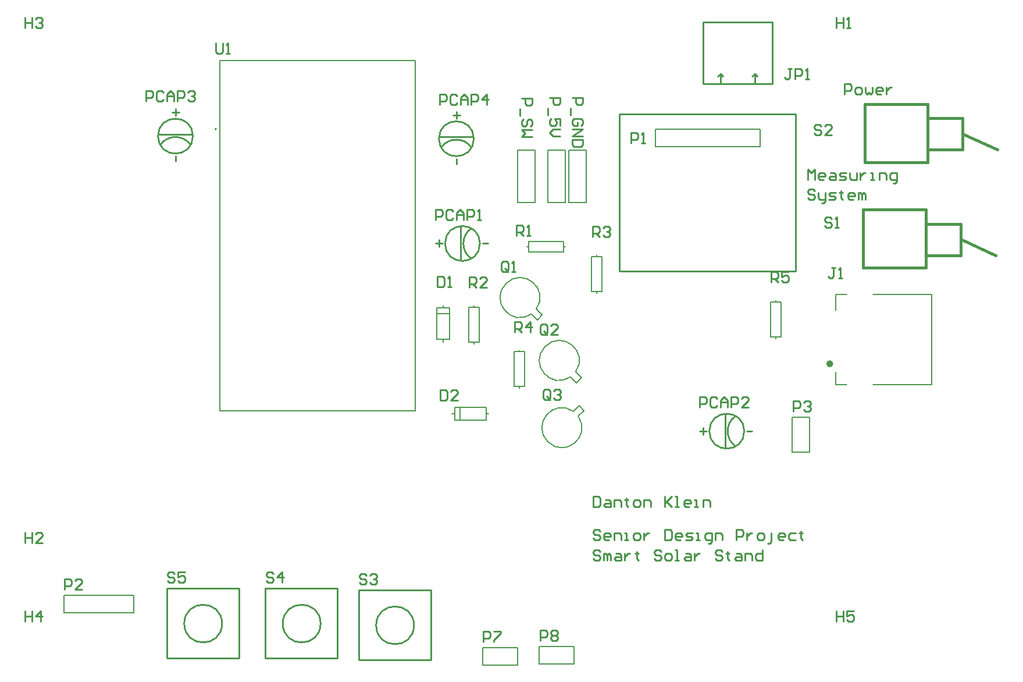
<source format=gto>
G04*
G04 #@! TF.GenerationSoftware,Altium Limited,Altium Designer,24.0.1 (36)*
G04*
G04 Layer_Color=65535*
%FSLAX44Y44*%
%MOMM*%
G71*
G04*
G04 #@! TF.SameCoordinates,4DCDF883-9DA8-4262-A2DB-AF35F01A7F01*
G04*
G04*
G04 #@! TF.FilePolarity,Positive*
G04*
G01*
G75*
%ADD10C,0.2000*%
%ADD11C,0.2540*%
%ADD12C,0.5000*%
%ADD13C,0.3810*%
%ADD14C,0.1270*%
D10*
X1055090Y814083D02*
G03*
X1047767Y806750I-23851J16497D01*
G01*
X1108697Y665200D02*
G03*
X1116030Y657877I-16497J-23851D01*
G01*
X1112240Y722643D02*
G03*
X1104917Y715310I-23851J16497D01*
G01*
X589100Y1075690D02*
G03*
X589100Y1075690I-1000J0D01*
G01*
X1056137Y798327D02*
X1063491Y805681D01*
X1047735Y806729D02*
X1056137Y798327D01*
X1055089Y814083D02*
X1063491Y805681D01*
X1228090Y1075690D02*
X1380490D01*
X1228090Y1050290D02*
X1380490D01*
Y1075690D01*
X1228090Y1050290D02*
Y1075690D01*
X1102360Y969010D02*
X1127760D01*
X1102360D02*
Y1045210D01*
X1127760D01*
Y969010D02*
Y1045210D01*
X1027430Y969010D02*
X1052830D01*
X1027430D02*
Y1045210D01*
X1052830D01*
Y969010D02*
Y1045210D01*
X1071880Y969010D02*
X1097280D01*
X1071880D02*
Y1045210D01*
X1097280D01*
Y969010D02*
Y1045210D01*
X1490610Y812580D02*
Y834930D01*
X1507150D01*
X1490610Y703630D02*
Y722780D01*
Y703630D02*
X1507150D01*
X1544650Y834930D02*
X1630610D01*
Y703630D02*
Y834930D01*
X1544650Y703630D02*
X1630610D01*
X1117099Y673601D02*
X1124453Y666247D01*
X1116051Y657845D02*
X1124453Y666247D01*
X1108697Y665199D02*
X1117099Y673601D01*
X1113287Y706887D02*
X1120641Y714241D01*
X1104885Y715289D02*
X1113287Y706887D01*
X1112239Y722643D02*
X1120641Y714241D01*
X1395730Y824230D02*
X1403350D01*
X1395730Y773430D02*
Y824230D01*
Y773430D02*
X1410970D01*
Y824230D01*
X1403350D02*
X1410970D01*
X1403350Y771144D02*
Y773430D01*
Y824230D02*
Y826516D01*
X976630Y295910D02*
Y321310D01*
X1027430D01*
Y295910D02*
Y321310D01*
X976630Y295910D02*
X1027430D01*
X367030Y372110D02*
Y397510D01*
X468630D01*
X367030Y372110D02*
X468630D01*
Y397510D01*
X1059180Y297180D02*
Y322580D01*
X1109980D01*
Y297180D02*
Y322580D01*
X1059180Y297180D02*
X1109980D01*
X963930Y765810D02*
X971550D01*
Y816610D01*
X956310D02*
X971550D01*
X956310Y765810D02*
Y816610D01*
Y765810D02*
X963930D01*
Y816610D02*
Y818896D01*
Y763524D02*
Y765810D01*
X1043940Y896620D02*
Y904240D01*
Y896620D02*
X1094740D01*
Y911860D01*
X1043940D02*
X1094740D01*
X1043940Y904240D02*
Y911860D01*
X1094740Y904240D02*
X1097026D01*
X1041654D02*
X1043940D01*
X981650Y661670D02*
X985650D01*
X932050D02*
X936050D01*
X943850Y653120D02*
Y670220D01*
X936050Y652120D02*
Y671220D01*
Y652120D02*
X981650D01*
Y671220D01*
X936050D02*
X981650D01*
X919480Y765680D02*
Y769680D01*
Y815280D02*
Y819280D01*
X910930Y807480D02*
X928030D01*
X909930Y815280D02*
X929030D01*
X909930Y769680D02*
Y815280D01*
Y769680D02*
X929030D01*
Y815280D01*
X1022350Y751840D02*
X1029970D01*
X1022350Y701040D02*
Y751840D01*
Y701040D02*
X1037590D01*
Y751840D01*
X1029970D02*
X1037590D01*
X1029970Y698754D02*
Y701040D01*
Y751840D02*
Y754126D01*
X1143000Y839470D02*
X1150620D01*
Y890270D01*
X1135380D02*
X1150620D01*
X1135380Y839470D02*
Y890270D01*
Y839470D02*
X1143000D01*
Y890270D02*
Y892556D01*
Y837184D02*
Y839470D01*
X1427480Y656590D02*
X1452880D01*
Y605790D02*
Y656590D01*
X1427480Y605790D02*
X1452880D01*
X1427480D02*
Y656590D01*
D11*
X554990Y1065530D02*
G03*
X554990Y1065530I-25400J0D01*
G01*
X551527Y1053082D02*
G03*
X507653Y1053082I-21937J-15936D01*
G01*
X960467Y1049272D02*
G03*
X916593Y1049272I-21937J-15936D01*
G01*
X963930Y1061720D02*
G03*
X963930Y1061720I-25400J0D01*
G01*
X876774Y353730D02*
G03*
X876774Y353730I-27514J0D01*
G01*
X959868Y931257D02*
G03*
X959868Y887383I15936J-21937D01*
G01*
X972820Y909320D02*
G03*
X972820Y909320I-25400J0D01*
G01*
X740884Y356270D02*
G03*
X740884Y356270I-27514J0D01*
G01*
X1344678Y658207D02*
G03*
X1344678Y614333I15936J-21937D01*
G01*
X1357630Y636270D02*
G03*
X1357630Y636270I-25400J0D01*
G01*
X597374Y356270D02*
G03*
X597374Y356270I-27514J0D01*
G01*
X1176020Y868680D02*
X1432560D01*
X1176020Y1097280D02*
X1432560D01*
Y868680D02*
Y1097280D01*
X1176020Y868680D02*
Y1097280D01*
X529590Y1028700D02*
Y1036320D01*
X505460Y1068070D02*
X553720D01*
X1372986Y1141540D02*
Y1156240D01*
X1369186Y1152440D02*
X1372986Y1156240D01*
X1369186Y1152440D02*
X1372986Y1156240D01*
Y1156140D02*
Y1156240D01*
Y1156140D02*
X1376386Y1152740D01*
X1323086Y1156040D02*
X1326486Y1152640D01*
X1323086Y1156040D02*
Y1156140D01*
X1319286Y1152340D02*
X1323086Y1156140D01*
X1319286Y1152340D02*
X1323086Y1156140D01*
Y1141440D02*
Y1156140D01*
X1398270Y1141476D02*
Y1231646D01*
X1297686Y1141440D02*
X1398286D01*
X1297686Y1141476D02*
Y1231646D01*
Y1231640D02*
X1398286D01*
X914400Y1064260D02*
X962660D01*
X938530Y1024890D02*
Y1032510D01*
X796260Y303130D02*
Y404730D01*
X901260Y303130D02*
Y404730D01*
X796260D02*
X901260D01*
X796260Y303130D02*
X901260D01*
X944880Y885190D02*
Y933450D01*
X976630Y909320D02*
X984250D01*
X660370Y305670D02*
Y407270D01*
X765370Y305670D02*
Y407270D01*
X660370D02*
X765370D01*
X660370Y305670D02*
X765370D01*
X1329690Y612140D02*
Y660400D01*
X1361440Y636270D02*
X1369060D01*
X516860Y305670D02*
Y407270D01*
X621860Y305670D02*
Y407270D01*
X516860D02*
X621860D01*
X516860Y305670D02*
X621860D01*
X1450340Y1002275D02*
Y1017510D01*
X1455418Y1012431D01*
X1460497Y1017510D01*
Y1002275D01*
X1473193D02*
X1468114D01*
X1465575Y1004814D01*
Y1009892D01*
X1468114Y1012431D01*
X1473193D01*
X1475732Y1009892D01*
Y1007353D01*
X1465575D01*
X1483349Y1012431D02*
X1488428D01*
X1490967Y1009892D01*
Y1002275D01*
X1483349D01*
X1480810Y1004814D01*
X1483349Y1007353D01*
X1490967D01*
X1496045Y1002275D02*
X1503663D01*
X1506202Y1004814D01*
X1503663Y1007353D01*
X1498584D01*
X1496045Y1009892D01*
X1498584Y1012431D01*
X1506202D01*
X1511280D02*
Y1004814D01*
X1513819Y1002275D01*
X1521437D01*
Y1012431D01*
X1526515D02*
Y1002275D01*
Y1007353D01*
X1529055Y1009892D01*
X1531594Y1012431D01*
X1534133D01*
X1541750Y1002275D02*
X1546829D01*
X1544290D01*
Y1012431D01*
X1541750D01*
X1554446Y1002275D02*
Y1012431D01*
X1562064D01*
X1564603Y1009892D01*
Y1002275D01*
X1574760Y997196D02*
X1577299D01*
X1579838Y999736D01*
Y1012431D01*
X1572221D01*
X1569681Y1009892D01*
Y1004814D01*
X1572221Y1002275D01*
X1579838D01*
X1460497Y985514D02*
X1457957Y988053D01*
X1452879D01*
X1450340Y985514D01*
Y982975D01*
X1452879Y980436D01*
X1457957D01*
X1460497Y977897D01*
Y975358D01*
X1457957Y972818D01*
X1452879D01*
X1450340Y975358D01*
X1465575Y982975D02*
Y975358D01*
X1468114Y972818D01*
X1475732D01*
Y970279D01*
X1473193Y967740D01*
X1470653D01*
X1475732Y972818D02*
Y982975D01*
X1480810Y972818D02*
X1488428D01*
X1490967Y975358D01*
X1488428Y977897D01*
X1483349D01*
X1480810Y980436D01*
X1483349Y982975D01*
X1490967D01*
X1498584Y985514D02*
Y982975D01*
X1496045D01*
X1501124D01*
X1498584D01*
Y975358D01*
X1501124Y972818D01*
X1516359D02*
X1511280D01*
X1508741Y975358D01*
Y980436D01*
X1511280Y982975D01*
X1516359D01*
X1518898Y980436D01*
Y977897D01*
X1508741D01*
X1523976Y972818D02*
Y982975D01*
X1526515D01*
X1529055Y980436D01*
Y972818D01*
Y980436D01*
X1531594Y982975D01*
X1534133Y980436D01*
Y972818D01*
X1137920Y541758D02*
Y526523D01*
X1145537D01*
X1148077Y529062D01*
Y539218D01*
X1145537Y541758D01*
X1137920D01*
X1155694Y536679D02*
X1160773D01*
X1163312Y534140D01*
Y526523D01*
X1155694D01*
X1153155Y529062D01*
X1155694Y531601D01*
X1163312D01*
X1168390Y526523D02*
Y536679D01*
X1176008D01*
X1178547Y534140D01*
Y526523D01*
X1186164Y539218D02*
Y536679D01*
X1183625D01*
X1188704D01*
X1186164D01*
Y529062D01*
X1188704Y526523D01*
X1198860D02*
X1203939D01*
X1206478Y529062D01*
Y534140D01*
X1203939Y536679D01*
X1198860D01*
X1196321Y534140D01*
Y529062D01*
X1198860Y526523D01*
X1211556D02*
Y536679D01*
X1219174D01*
X1221713Y534140D01*
Y526523D01*
X1242026Y541758D02*
Y526523D01*
Y531601D01*
X1252183Y541758D01*
X1244566Y534140D01*
X1252183Y526523D01*
X1257261D02*
X1262340D01*
X1259801D01*
Y541758D01*
X1257261D01*
X1277575Y526523D02*
X1272496D01*
X1269957Y529062D01*
Y534140D01*
X1272496Y536679D01*
X1277575D01*
X1280114Y534140D01*
Y531601D01*
X1269957D01*
X1285192Y526523D02*
X1290271D01*
X1287731D01*
Y536679D01*
X1285192D01*
X1297888Y526523D02*
Y536679D01*
X1305506D01*
X1308045Y534140D01*
Y526523D01*
X1148077Y490462D02*
X1145537Y493002D01*
X1140459D01*
X1137920Y490462D01*
Y487923D01*
X1140459Y485384D01*
X1145537D01*
X1148077Y482845D01*
Y480306D01*
X1145537Y477766D01*
X1140459D01*
X1137920Y480306D01*
X1160773Y477766D02*
X1155694D01*
X1153155Y480306D01*
Y485384D01*
X1155694Y487923D01*
X1160773D01*
X1163312Y485384D01*
Y482845D01*
X1153155D01*
X1168390Y477766D02*
Y487923D01*
X1176008D01*
X1178547Y485384D01*
Y477766D01*
X1183625D02*
X1188704D01*
X1186164D01*
Y487923D01*
X1183625D01*
X1198860Y477766D02*
X1203939D01*
X1206478Y480306D01*
Y485384D01*
X1203939Y487923D01*
X1198860D01*
X1196321Y485384D01*
Y480306D01*
X1198860Y477766D01*
X1211556Y487923D02*
Y477766D01*
Y482845D01*
X1214095Y485384D01*
X1216635Y487923D01*
X1219174D01*
X1242026Y493002D02*
Y477766D01*
X1249644D01*
X1252183Y480306D01*
Y490462D01*
X1249644Y493002D01*
X1242026D01*
X1264879Y477766D02*
X1259801D01*
X1257261Y480306D01*
Y485384D01*
X1259801Y487923D01*
X1264879D01*
X1267418Y485384D01*
Y482845D01*
X1257261D01*
X1272496Y477766D02*
X1280114D01*
X1282653Y480306D01*
X1280114Y482845D01*
X1275036D01*
X1272496Y485384D01*
X1275036Y487923D01*
X1282653D01*
X1287731Y477766D02*
X1292810D01*
X1290271D01*
Y487923D01*
X1287731D01*
X1305506Y472688D02*
X1308045D01*
X1310584Y475227D01*
Y487923D01*
X1302967D01*
X1300427Y485384D01*
Y480306D01*
X1302967Y477766D01*
X1310584D01*
X1315663D02*
Y487923D01*
X1323280D01*
X1325819Y485384D01*
Y477766D01*
X1346133D02*
Y493002D01*
X1353750D01*
X1356289Y490462D01*
Y485384D01*
X1353750Y482845D01*
X1346133D01*
X1361368Y487923D02*
Y477766D01*
Y482845D01*
X1363907Y485384D01*
X1366446Y487923D01*
X1368985D01*
X1379142Y477766D02*
X1384220D01*
X1386759Y480306D01*
Y485384D01*
X1384220Y487923D01*
X1379142D01*
X1376603Y485384D01*
Y480306D01*
X1379142Y477766D01*
X1391838Y472688D02*
X1394377D01*
X1396916Y475227D01*
Y487923D01*
X1414691Y477766D02*
X1409612D01*
X1407073Y480306D01*
Y485384D01*
X1409612Y487923D01*
X1414691D01*
X1417230Y485384D01*
Y482845D01*
X1407073D01*
X1432465Y487923D02*
X1424847D01*
X1422308Y485384D01*
Y480306D01*
X1424847Y477766D01*
X1432465D01*
X1440082Y490462D02*
Y487923D01*
X1437543D01*
X1442621D01*
X1440082D01*
Y480306D01*
X1442621Y477766D01*
X1148077Y461006D02*
X1145537Y463545D01*
X1140459D01*
X1137920Y461006D01*
Y458467D01*
X1140459Y455928D01*
X1145537D01*
X1148077Y453388D01*
Y450849D01*
X1145537Y448310D01*
X1140459D01*
X1137920Y450849D01*
X1153155Y448310D02*
Y458467D01*
X1155694D01*
X1158233Y455928D01*
Y448310D01*
Y455928D01*
X1160773Y458467D01*
X1163312Y455928D01*
Y448310D01*
X1170929Y458467D02*
X1176008D01*
X1178547Y455928D01*
Y448310D01*
X1170929D01*
X1168390Y450849D01*
X1170929Y453388D01*
X1178547D01*
X1183625Y458467D02*
Y448310D01*
Y453388D01*
X1186164Y455928D01*
X1188704Y458467D01*
X1191243D01*
X1201400Y461006D02*
Y458467D01*
X1198860D01*
X1203939D01*
X1201400D01*
Y450849D01*
X1203939Y448310D01*
X1236948Y461006D02*
X1234409Y463545D01*
X1229330D01*
X1226791Y461006D01*
Y458467D01*
X1229330Y455928D01*
X1234409D01*
X1236948Y453388D01*
Y450849D01*
X1234409Y448310D01*
X1229330D01*
X1226791Y450849D01*
X1244566Y448310D02*
X1249644D01*
X1252183Y450849D01*
Y455928D01*
X1249644Y458467D01*
X1244566D01*
X1242026Y455928D01*
Y450849D01*
X1244566Y448310D01*
X1257261D02*
X1262340D01*
X1259801D01*
Y463545D01*
X1257261D01*
X1272496Y458467D02*
X1277575D01*
X1280114Y455928D01*
Y448310D01*
X1272496D01*
X1269957Y450849D01*
X1272496Y453388D01*
X1280114D01*
X1285192Y458467D02*
Y448310D01*
Y453388D01*
X1287731Y455928D01*
X1290271Y458467D01*
X1292810D01*
X1325819Y461006D02*
X1323280Y463545D01*
X1318202D01*
X1315663Y461006D01*
Y458467D01*
X1318202Y455928D01*
X1323280D01*
X1325819Y453388D01*
Y450849D01*
X1323280Y448310D01*
X1318202D01*
X1315663Y450849D01*
X1333437Y461006D02*
Y458467D01*
X1330898D01*
X1335976D01*
X1333437D01*
Y450849D01*
X1335976Y448310D01*
X1346133Y458467D02*
X1351211D01*
X1353750Y455928D01*
Y448310D01*
X1346133D01*
X1343593Y450849D01*
X1346133Y453388D01*
X1353750D01*
X1358828Y448310D02*
Y458467D01*
X1366446D01*
X1368985Y455928D01*
Y448310D01*
X1384220Y463545D02*
Y448310D01*
X1376603D01*
X1374064Y450849D01*
Y455928D01*
X1376603Y458467D01*
X1384220D01*
X1484630Y944878D02*
X1482091Y947418D01*
X1477012D01*
X1474473Y944878D01*
Y942339D01*
X1477012Y939800D01*
X1482091D01*
X1484630Y937261D01*
Y934722D01*
X1482091Y932182D01*
X1477012D01*
X1474473Y934722D01*
X1489708Y932182D02*
X1494787D01*
X1492248D01*
Y947418D01*
X1489708Y944878D01*
X1469391Y1079498D02*
X1466852Y1082038D01*
X1461773D01*
X1459234Y1079498D01*
Y1076959D01*
X1461773Y1074420D01*
X1466852D01*
X1469391Y1071881D01*
Y1069342D01*
X1466852Y1066803D01*
X1461773D01*
X1459234Y1069342D01*
X1484626Y1066803D02*
X1474469D01*
X1484626Y1076959D01*
Y1079498D01*
X1482087Y1082038D01*
X1477008D01*
X1474469Y1079498D01*
X1503680Y1126490D02*
Y1141725D01*
X1511297D01*
X1513837Y1139186D01*
Y1134108D01*
X1511297Y1131568D01*
X1503680D01*
X1521454Y1126490D02*
X1526533D01*
X1529072Y1129029D01*
Y1134108D01*
X1526533Y1136647D01*
X1521454D01*
X1518915Y1134108D01*
Y1129029D01*
X1521454Y1126490D01*
X1534150Y1136647D02*
Y1129029D01*
X1536689Y1126490D01*
X1539229Y1129029D01*
X1541768Y1126490D01*
X1544307Y1129029D01*
Y1136647D01*
X1557003Y1126490D02*
X1551924D01*
X1549385Y1129029D01*
Y1134108D01*
X1551924Y1136647D01*
X1557003D01*
X1559542Y1134108D01*
Y1131568D01*
X1549385D01*
X1564620Y1136647D02*
Y1126490D01*
Y1131568D01*
X1567159Y1134108D01*
X1569699Y1136647D01*
X1572238D01*
X310896Y489199D02*
Y473964D01*
Y481581D01*
X321053D01*
Y489199D01*
Y473964D01*
X336288D02*
X326131D01*
X336288Y484121D01*
Y486660D01*
X333749Y489199D01*
X328670D01*
X326131Y486660D01*
X310896Y1238499D02*
Y1223264D01*
Y1230882D01*
X321053D01*
Y1238499D01*
Y1223264D01*
X326131Y1235960D02*
X328670Y1238499D01*
X333749D01*
X336288Y1235960D01*
Y1233421D01*
X333749Y1230882D01*
X331209D01*
X333749D01*
X336288Y1228342D01*
Y1225803D01*
X333749Y1223264D01*
X328670D01*
X326131Y1225803D01*
X1491996Y1238499D02*
Y1223264D01*
Y1230882D01*
X1502153D01*
Y1238499D01*
Y1223264D01*
X1507231D02*
X1512309D01*
X1509770D01*
Y1238499D01*
X1507231Y1235960D01*
X486422Y1116332D02*
Y1131568D01*
X494039D01*
X496578Y1129028D01*
Y1123950D01*
X494039Y1121411D01*
X486422D01*
X511813Y1129028D02*
X509274Y1131568D01*
X504196D01*
X501657Y1129028D01*
Y1118872D01*
X504196Y1116332D01*
X509274D01*
X511813Y1118872D01*
X516892Y1116332D02*
Y1126489D01*
X521970Y1131568D01*
X527048Y1126489D01*
Y1116332D01*
Y1123950D01*
X516892D01*
X532127Y1116332D02*
Y1131568D01*
X539744D01*
X542283Y1129028D01*
Y1123950D01*
X539744Y1121411D01*
X532127D01*
X547362Y1129028D02*
X549901Y1131568D01*
X554979D01*
X557519Y1129028D01*
Y1126489D01*
X554979Y1123950D01*
X552440D01*
X554979D01*
X557519Y1121411D01*
Y1118872D01*
X554979Y1116332D01*
X549901D01*
X547362Y1118872D01*
X529588Y1104900D02*
Y1094743D01*
X534667Y1099822D02*
X524510D01*
X1426212Y1163317D02*
X1421134D01*
X1423673D01*
Y1150622D01*
X1421134Y1148083D01*
X1418595D01*
X1416056Y1150622D01*
X1431291Y1148083D02*
Y1163317D01*
X1438908D01*
X1441448Y1160778D01*
Y1155700D01*
X1438908Y1153161D01*
X1431291D01*
X1446526Y1148083D02*
X1451604D01*
X1449065D01*
Y1163317D01*
X1446526Y1160778D01*
X1192533Y1055372D02*
Y1070608D01*
X1200151D01*
X1202690Y1068068D01*
Y1062990D01*
X1200151Y1060451D01*
X1192533D01*
X1207768Y1055372D02*
X1212847D01*
X1210308D01*
Y1070608D01*
X1207768Y1068068D01*
X1491996Y374899D02*
Y359664D01*
Y367281D01*
X1502153D01*
Y374899D01*
Y359664D01*
X1517388Y374899D02*
X1507231D01*
Y367281D01*
X1512309Y369821D01*
X1514849D01*
X1517388Y367281D01*
Y362203D01*
X1514849Y359664D01*
X1509770D01*
X1507231Y362203D01*
X310896Y374899D02*
Y359664D01*
Y367281D01*
X321053D01*
Y374899D01*
Y359664D01*
X333749D02*
Y374899D01*
X326131Y367281D01*
X336288D01*
X1107442Y1121398D02*
X1122677D01*
Y1113781D01*
X1120138Y1111242D01*
X1115060D01*
X1112520Y1113781D01*
Y1121398D01*
X1104903Y1106163D02*
Y1096007D01*
X1120138Y1080772D02*
X1122677Y1083311D01*
Y1088389D01*
X1120138Y1090928D01*
X1109981D01*
X1107442Y1088389D01*
Y1083311D01*
X1109981Y1080772D01*
X1115060D01*
Y1085850D01*
X1107442Y1075693D02*
X1122677D01*
X1107442Y1065537D01*
X1122677D01*
Y1060458D02*
X1107442D01*
Y1052841D01*
X1109981Y1050302D01*
X1120138D01*
X1122677Y1052841D01*
Y1060458D01*
X1033782Y1120131D02*
X1049017D01*
Y1112513D01*
X1046478Y1109974D01*
X1041400D01*
X1038860Y1112513D01*
Y1120131D01*
X1031243Y1104896D02*
Y1094739D01*
X1046478Y1079504D02*
X1049017Y1082043D01*
Y1087122D01*
X1046478Y1089661D01*
X1043939D01*
X1041400Y1087122D01*
Y1082043D01*
X1038860Y1079504D01*
X1036321D01*
X1033782Y1082043D01*
Y1087122D01*
X1036321Y1089661D01*
X1049017Y1074426D02*
X1033782D01*
X1038860Y1069347D01*
X1033782Y1064269D01*
X1049017D01*
X1074422Y1121401D02*
X1089657D01*
Y1113783D01*
X1087118Y1111244D01*
X1082040D01*
X1079500Y1113783D01*
Y1121401D01*
X1071883Y1106166D02*
Y1096009D01*
X1089657Y1080774D02*
Y1090931D01*
X1082040D01*
X1084579Y1085853D01*
Y1083313D01*
X1082040Y1080774D01*
X1076961D01*
X1074422Y1083313D01*
Y1088392D01*
X1076961Y1090931D01*
X1089657Y1075696D02*
X1079500D01*
X1074422Y1070617D01*
X1079500Y1065539D01*
X1089657D01*
X1489707Y874517D02*
X1484628D01*
X1487168D01*
Y861821D01*
X1484628Y859282D01*
X1482089D01*
X1479550Y861821D01*
X1494785Y859282D02*
X1499863D01*
X1497324D01*
Y874517D01*
X1494785Y871978D01*
X938528Y1101090D02*
Y1090933D01*
X943607Y1096012D02*
X933450D01*
X908050Y909318D02*
X918207D01*
X913128Y914397D02*
Y904240D01*
X1292860Y636268D02*
X1303017D01*
X1297938Y641347D02*
Y631190D01*
X528317Y428748D02*
X525778Y431287D01*
X520699D01*
X518160Y428748D01*
Y426209D01*
X520699Y423670D01*
X525778D01*
X528317Y421130D01*
Y418591D01*
X525778Y416052D01*
X520699D01*
X518160Y418591D01*
X543552Y431287D02*
X533395D01*
Y423670D01*
X538473Y426209D01*
X541013D01*
X543552Y423670D01*
Y418591D01*
X541013Y416052D01*
X535934D01*
X533395Y418591D01*
X671827Y428748D02*
X669287Y431287D01*
X664209D01*
X661670Y428748D01*
Y426209D01*
X664209Y423670D01*
X669287D01*
X671827Y421130D01*
Y418591D01*
X669287Y416052D01*
X664209D01*
X661670Y418591D01*
X684523Y416052D02*
Y431287D01*
X676905Y423670D01*
X687062D01*
X807717Y426208D02*
X805178Y428747D01*
X800099D01*
X797560Y426208D01*
Y423669D01*
X800099Y421129D01*
X805178D01*
X807717Y418590D01*
Y416051D01*
X805178Y413512D01*
X800099D01*
X797560Y416051D01*
X812795Y426208D02*
X815334Y428747D01*
X820413D01*
X822952Y426208D01*
Y423669D01*
X820413Y421129D01*
X817873D01*
X820413D01*
X822952Y418590D01*
Y416051D01*
X820413Y413512D01*
X815334D01*
X812795Y416051D01*
X1397254Y852678D02*
Y867913D01*
X1404872D01*
X1407411Y865374D01*
Y860295D01*
X1404872Y857756D01*
X1397254D01*
X1402332D02*
X1407411Y852678D01*
X1422646Y867913D02*
X1412489D01*
Y860295D01*
X1417567Y862835D01*
X1420107D01*
X1422646Y860295D01*
Y855217D01*
X1420107Y852678D01*
X1415028D01*
X1412489Y855217D01*
X1023874Y780288D02*
Y795523D01*
X1031491D01*
X1034031Y792984D01*
Y787906D01*
X1031491Y785366D01*
X1023874D01*
X1028952D02*
X1034031Y780288D01*
X1046727D02*
Y795523D01*
X1039109Y787906D01*
X1049266D01*
X1136904Y918718D02*
Y933953D01*
X1144521D01*
X1147061Y931414D01*
Y926336D01*
X1144521Y923796D01*
X1136904D01*
X1141982D02*
X1147061Y918718D01*
X1152139Y931414D02*
X1154678Y933953D01*
X1159757D01*
X1162296Y931414D01*
Y928875D01*
X1159757Y926336D01*
X1157217D01*
X1159757D01*
X1162296Y923796D01*
Y921257D01*
X1159757Y918718D01*
X1154678D01*
X1152139Y921257D01*
X957834Y845058D02*
Y860293D01*
X965452D01*
X967991Y857754D01*
Y852675D01*
X965452Y850136D01*
X957834D01*
X962912D02*
X967991Y845058D01*
X983226D02*
X973069D01*
X983226Y855215D01*
Y857754D01*
X980687Y860293D01*
X975608D01*
X973069Y857754D01*
X1025652Y920496D02*
Y935731D01*
X1033270D01*
X1035809Y933192D01*
Y928113D01*
X1033270Y925574D01*
X1025652D01*
X1030730D02*
X1035809Y920496D01*
X1040887D02*
X1045965D01*
X1043426D01*
Y935731D01*
X1040887Y933192D01*
X1074925Y684783D02*
Y694940D01*
X1072385Y697479D01*
X1067307D01*
X1064768Y694940D01*
Y684783D01*
X1067307Y682244D01*
X1072385D01*
X1069846Y687322D02*
X1074925Y682244D01*
X1072385D02*
X1074925Y684783D01*
X1080003Y694940D02*
X1082542Y697479D01*
X1087621D01*
X1090160Y694940D01*
Y692401D01*
X1087621Y689862D01*
X1085081D01*
X1087621D01*
X1090160Y687322D01*
Y684783D01*
X1087621Y682244D01*
X1082542D01*
X1080003Y684783D01*
X1071115Y779271D02*
Y789428D01*
X1068576Y791967D01*
X1063497D01*
X1060958Y789428D01*
Y779271D01*
X1063497Y776732D01*
X1068576D01*
X1066036Y781810D02*
X1071115Y776732D01*
X1068576D02*
X1071115Y779271D01*
X1086350Y776732D02*
X1076193D01*
X1086350Y786889D01*
Y789428D01*
X1083811Y791967D01*
X1078732D01*
X1076193Y789428D01*
X1013965Y870711D02*
Y880868D01*
X1011425Y883407D01*
X1006347D01*
X1003808Y880868D01*
Y870711D01*
X1006347Y868172D01*
X1011425D01*
X1008886Y873250D02*
X1013965Y868172D01*
X1011425D02*
X1013965Y870711D01*
X1019043Y868172D02*
X1024121D01*
X1021582D01*
Y883407D01*
X1019043Y880868D01*
X914400Y1111250D02*
Y1126485D01*
X922018D01*
X924557Y1123946D01*
Y1118867D01*
X922018Y1116328D01*
X914400D01*
X939792Y1123946D02*
X937253Y1126485D01*
X932174D01*
X929635Y1123946D01*
Y1113789D01*
X932174Y1111250D01*
X937253D01*
X939792Y1113789D01*
X944870Y1111250D02*
Y1121407D01*
X949949Y1126485D01*
X955027Y1121407D01*
Y1111250D01*
Y1118867D01*
X944870D01*
X960105Y1111250D02*
Y1126485D01*
X967723D01*
X970262Y1123946D01*
Y1118867D01*
X967723Y1116328D01*
X960105D01*
X982958Y1111250D02*
Y1126485D01*
X975340Y1118867D01*
X985497D01*
X1292860Y670560D02*
Y685795D01*
X1300477D01*
X1303017Y683256D01*
Y678177D01*
X1300477Y675638D01*
X1292860D01*
X1318252Y683256D02*
X1315713Y685795D01*
X1310634D01*
X1308095Y683256D01*
Y673099D01*
X1310634Y670560D01*
X1315713D01*
X1318252Y673099D01*
X1323330Y670560D02*
Y680717D01*
X1328409Y685795D01*
X1333487Y680717D01*
Y670560D01*
Y678177D01*
X1323330D01*
X1338565Y670560D02*
Y685795D01*
X1346183D01*
X1348722Y683256D01*
Y678177D01*
X1346183Y675638D01*
X1338565D01*
X1363957Y670560D02*
X1353800D01*
X1363957Y680717D01*
Y683256D01*
X1361418Y685795D01*
X1356340D01*
X1353800Y683256D01*
X908050Y943610D02*
Y958845D01*
X915667D01*
X918207Y956306D01*
Y951227D01*
X915667Y948688D01*
X908050D01*
X933442Y956306D02*
X930903Y958845D01*
X925824D01*
X923285Y956306D01*
Y946149D01*
X925824Y943610D01*
X930903D01*
X933442Y946149D01*
X938520Y943610D02*
Y953767D01*
X943598Y958845D01*
X948677Y953767D01*
Y943610D01*
Y951227D01*
X938520D01*
X953755Y943610D02*
Y958845D01*
X961373D01*
X963912Y956306D01*
Y951227D01*
X961373Y948688D01*
X953755D01*
X968990Y943610D02*
X974069D01*
X971529D01*
Y958845D01*
X968990Y956306D01*
X1060704Y331216D02*
Y346451D01*
X1068322D01*
X1070861Y343912D01*
Y338834D01*
X1068322Y336294D01*
X1060704D01*
X1075939Y343912D02*
X1078478Y346451D01*
X1083557D01*
X1086096Y343912D01*
Y341373D01*
X1083557Y338834D01*
X1086096Y336294D01*
Y333755D01*
X1083557Y331216D01*
X1078478D01*
X1075939Y333755D01*
Y336294D01*
X1078478Y338834D01*
X1075939Y341373D01*
Y343912D01*
X1078478Y338834D02*
X1083557D01*
X978154Y329946D02*
Y345181D01*
X985771D01*
X988311Y342642D01*
Y337564D01*
X985771Y335024D01*
X978154D01*
X993389Y345181D02*
X1003546D01*
Y342642D01*
X993389Y332485D01*
Y329946D01*
X1429004Y665226D02*
Y680461D01*
X1436622D01*
X1439161Y677922D01*
Y672843D01*
X1436622Y670304D01*
X1429004D01*
X1444239Y677922D02*
X1446778Y680461D01*
X1451857D01*
X1454396Y677922D01*
Y675383D01*
X1451857Y672843D01*
X1449317D01*
X1451857D01*
X1454396Y670304D01*
Y667765D01*
X1451857Y665226D01*
X1446778D01*
X1444239Y667765D01*
X368554Y406146D02*
Y421381D01*
X376171D01*
X378711Y418842D01*
Y413764D01*
X376171Y411224D01*
X368554D01*
X393946Y406146D02*
X383789D01*
X393946Y416303D01*
Y418842D01*
X391407Y421381D01*
X386328D01*
X383789Y418842D01*
X915162Y695955D02*
Y680720D01*
X922779D01*
X925319Y683259D01*
Y693416D01*
X922779Y695955D01*
X915162D01*
X940554Y680720D02*
X930397D01*
X940554Y690877D01*
Y693416D01*
X938015Y695955D01*
X932936D01*
X930397Y693416D01*
X910590Y861563D02*
Y846328D01*
X918207D01*
X920747Y848867D01*
Y859024D01*
X918207Y861563D01*
X910590D01*
X925825Y846328D02*
X930903D01*
X928364D01*
Y861563D01*
X925825Y859024D01*
X588518Y1200907D02*
Y1188211D01*
X591057Y1185672D01*
X596135D01*
X598675Y1188211D01*
Y1200907D01*
X603753Y1185672D02*
X608831D01*
X606292D01*
Y1200907D01*
X603753Y1198368D01*
D12*
X1484610Y734280D02*
G03*
X1484610Y734280I-2500J0D01*
G01*
D13*
X1672575Y915185D02*
X1723375Y892302D01*
X1672590D02*
Y938022D01*
X1621790Y892302D02*
X1672590D01*
X1621790Y938022D02*
X1672590D01*
X1621790Y873760D02*
Y958596D01*
X1530350Y873760D02*
X1621790D01*
X1530350Y958596D02*
X1621790D01*
X1530350Y873760D02*
Y958596D01*
X1675115Y1068855D02*
X1725915Y1045972D01*
X1675130D02*
Y1091692D01*
X1624330Y1045972D02*
X1675130D01*
X1624330Y1091692D02*
X1675130D01*
X1624330Y1027430D02*
Y1112266D01*
X1532890Y1027430D02*
X1624330D01*
X1532890Y1112266D02*
X1624330D01*
X1532890Y1027430D02*
Y1112266D01*
D14*
X878900Y665790D02*
Y1175290D01*
X593800Y665790D02*
X878900D01*
X593800Y1175290D02*
X878900D01*
X593800Y665790D02*
Y1175290D01*
X704490D01*
X771600D01*
X878900D01*
X593800Y665790D02*
Y1175290D01*
X878900Y665790D02*
Y1175290D01*
X593800Y665790D02*
X647500D01*
X824400D01*
X878900D01*
M02*

</source>
